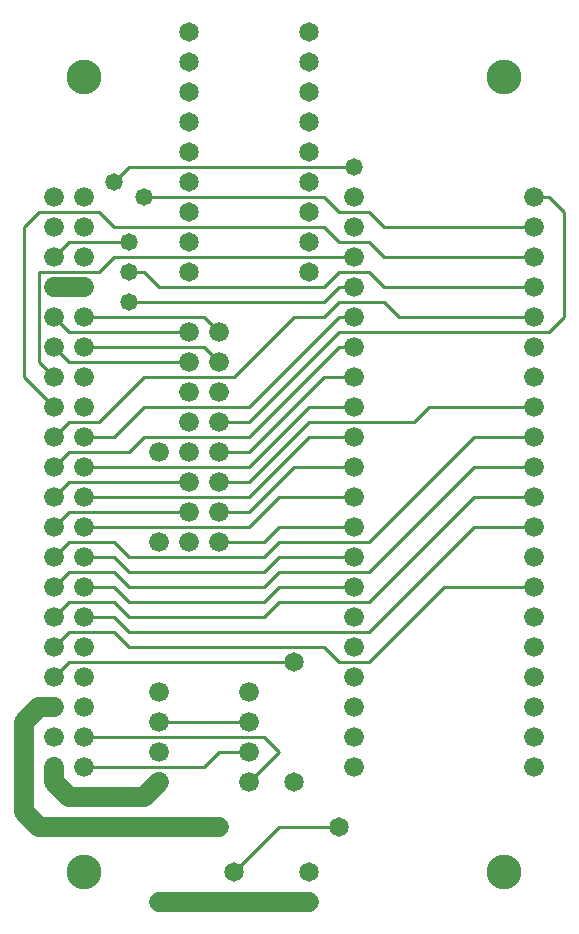
<source format=gbl>
%MOIN*%
%FSLAX25Y25*%
G04 D10 used for Character Trace; *
G04     Circle (OD=.01000) (No hole)*
G04 D11 used for Power Trace; *
G04     Circle (OD=.06700) (No hole)*
G04 D12 used for Signal Trace; *
G04     Circle (OD=.01100) (No hole)*
G04 D13 used for Via; *
G04     Circle (OD=.05800) (Round. Hole ID=.02800)*
G04 D14 used for Component hole; *
G04     Circle (OD=.06500) (Round. Hole ID=.03500)*
G04 D15 used for Component hole; *
G04     Circle (OD=.06600) (Round. Hole ID=.04200)*
G04 D16 used for Component hole; *
G04     Circle (OD=.08200) (Round. Hole ID=.05200)*
G04 D17 used for Component hole; *
G04     Circle (OD=.08950) (Round. Hole ID=.05950)*
G04 D18 used for Component hole; *
G04     Circle (OD=.11600) (Round. Hole ID=.08600)*
G04 D19 used for Component hole; *
G04     Circle (OD=.15500) (Round. Hole ID=.12500)*
G04 D20 used for Component hole; *
G04     Circle (OD=.18200) (Round. Hole ID=.15200)*
G04 D21 used for Component hole; *
G04     Circle (OD=.24300) (Round. Hole ID=.21300)*
%ADD10C,.01000*%
%ADD11C,.06700*%
%ADD12C,.01100*%
%ADD13C,.05800*%
%ADD14C,.06500*%
%ADD15C,.06600*%
%ADD16C,.08200*%
%ADD17C,.08950*%
%ADD18C,.11600*%
%ADD19C,.15500*%
%ADD20C,.18200*%
%ADD21C,.24300*%
%IPPOS*%
%LPD*%
G90*X0Y0D02*D18*X25000Y25000D03*D11*              
X10000Y40000D02*X70000D01*D14*D03*D15*            
X80000Y55000D03*D12*X90000Y65000D01*              
X85000Y70000D01*X25000D01*D15*D03*X15000Y80000D03*
D11*X10000D01*X5000Y75000D01*Y45000D01*           
X10000Y40000D01*X20000Y50000D02*X45000D01*        
X50000Y55000D01*D15*D03*Y65000D03*D12*            
X25000Y60000D02*X65000D01*D15*X25000D03*          
X15000Y70000D03*D11*X20000Y50000D02*              
X15000Y55000D01*Y60000D01*D15*D03*X25000Y80000D03*
Y90000D03*X15000D03*D12*X20000Y95000D01*X95000D01*
D14*D03*D12*X110000D02*X105000Y100000D01*         
X110000Y95000D02*X120000D01*X145000Y120000D01*    
X175000D01*D15*D03*Y130000D03*Y110000D03*D12*     
X120000Y105000D02*X155000Y140000D01*              
X40000Y105000D02*X120000D01*X40000D02*            
X35000Y110000D01*X25000D01*D15*D03*D12*X15000D02* 
X20000Y115000D01*D15*X15000Y110000D03*D12*        
Y100000D02*X20000Y105000D01*D15*X15000Y100000D03* 
D12*X20000Y105000D02*X35000D01*X40000Y100000D01*  
X105000D01*D15*X115000Y90000D03*Y110000D03*       
Y100000D03*D12*X90000Y115000D02*X120000D01*       
X85000Y110000D02*X90000Y115000D01*                
X40000Y110000D02*X85000D01*X40000D02*             
X35000Y115000D01*X20000D01*D15*X25000Y120000D03*  
D12*X35000D01*X40000Y115000D01*X85000D01*         
X90000Y120000D01*X115000D01*D15*D03*D12*          
X120000Y115000D02*X155000Y150000D01*X175000D01*   
D15*D03*Y160000D03*D12*X155000D01*                
X120000Y125000D01*X90000D01*X85000Y120000D01*     
X40000D01*X35000Y125000D01*X20000D01*             
X15000Y120000D01*D15*D03*X25000Y130000D03*D12*    
X35000D01*X40000Y125000D01*X85000D01*             
X90000Y130000D01*X115000D01*D15*D03*D12*          
X90000Y135000D02*X120000D01*X85000Y130000D02*     
X90000Y135000D01*X40000Y130000D02*X85000D01*      
X40000D02*X35000Y135000D01*X20000D01*             
X15000Y130000D01*D15*D03*X25000Y140000D03*D12*    
X80000D01*X90000Y150000D01*X115000D01*D15*D03*    
Y160000D03*D12*X95000D01*X80000Y145000D01*        
X70000D01*D15*D03*D12*Y155000D02*X80000D01*D15*   
X70000D03*D12*Y165000D02*X80000D01*D15*X70000D03* 
D12*X80000Y155000D02*X100000Y175000D01*X135000D01*
X140000Y180000D01*X175000D01*D15*D03*Y190000D03*  
Y170000D03*D12*X155000D01*X120000Y135000D01*D15*  
X115000Y140000D03*D12*X90000D01*X85000Y135000D01* 
X70000D01*D15*D03*X60000Y145000D03*D12*X20000D01* 
X15000Y140000D01*D15*D03*X25000Y150000D03*D12*    
X80000D01*X100000Y170000D01*X115000D01*D15*D03*   
Y180000D03*D12*X100000D01*X80000Y160000D01*       
X25000D01*D15*D03*D12*X15000D02*X20000Y165000D01* 
D15*X15000Y160000D03*D12*Y150000D02*              
X20000Y155000D01*D15*X15000Y150000D03*D12*        
X20000Y155000D02*X60000D01*D15*D03*               
X50000Y165000D03*X60000D03*D12*X40000D02*         
X45000Y170000D01*X20000Y165000D02*X40000D01*D15*  
X25000Y170000D03*D12*X35000D01*X45000Y180000D01*  
X80000D01*X110000Y210000D01*X115000D01*D15*D03*   
D12*X105000D02*X110000Y215000D01*X95000Y210000D02*
X105000D01*X75000Y190000D02*X95000Y210000D01*     
X45000Y190000D02*X75000D01*X30000Y175000D02*      
X45000Y190000D01*X20000Y175000D02*X30000D01*      
X15000Y170000D02*X20000Y175000D01*D15*            
X15000Y170000D03*X25000Y180000D03*X15000D03*D12*  
X5000Y190000D01*Y240000D01*X10000Y245000D01*      
X30000D01*X35000Y240000D01*X105000D01*            
X110000Y235000D01*X120000D01*X125000Y230000D01*   
X175000D01*D15*D03*Y240000D03*D12*X125000D01*     
X120000Y245000D01*X110000D01*X105000Y250000D01*   
X45000D01*D13*D03*X35000Y255000D03*D12*           
X40000Y260000D01*X115000D01*D13*D03*D15*          
Y250000D03*D14*X100000Y275000D03*Y245000D03*      
Y265000D03*Y255000D03*D15*X115000Y240000D03*D14*  
X100000Y235000D03*Y285000D03*D15*                 
X115000Y230000D03*D12*X35000D01*X30000Y225000D01* 
X10000D01*Y195000D01*X15000Y190000D01*D15*D03*D12*
X20000Y195000D02*X60000D01*D15*D03*D12*X70000D02* 
X65000Y200000D01*D15*X70000Y195000D03*D12*        
X25000Y200000D02*X65000D01*D15*X25000D03*D12*     
X20000Y205000D02*X60000D01*D15*D03*D12*X70000D02* 
X65000Y210000D01*D15*X70000Y205000D03*D12*        
X25000Y210000D02*X65000D01*D15*X25000D03*D12*     
X20000Y205000D02*X15000Y210000D01*D15*D03*        
X25000Y220000D03*D11*X15000D01*D15*D03*           
X25000Y230000D03*X15000D03*D12*X20000Y235000D01*  
X40000D01*D13*D03*Y225000D03*D12*X45000D01*       
X50000Y220000D01*X105000D01*X110000Y225000D01*    
X120000D01*X125000Y220000D01*X175000D01*D15*D03*  
D12*X180000Y205000D02*X185000Y210000D01*          
X110000Y205000D02*X180000D01*X80000Y175000D02*    
X110000Y205000D01*X70000Y175000D02*X80000D01*D15* 
X70000D03*D12*X80000Y165000D02*X105000Y190000D01* 
X115000D01*D15*D03*Y200000D03*D12*X110000D01*     
X80000Y170000D01*X45000D01*D15*X60000Y185000D03*  
Y175000D03*X25000Y190000D03*D12*X20000Y195000D02* 
X15000Y200000D01*D15*D03*D13*X40000Y215000D03*D12*
X105000D01*X110000Y220000D01*X115000D01*D15*D03*  
D12*X110000Y215000D02*X125000D01*                 
X130000Y210000D01*X175000D01*D15*D03*D12*         
X185000D02*Y245000D01*X180000Y250000D01*          
X175000D01*D15*D03*D18*X165000Y290000D03*D15*     
X175000Y200000D03*D14*X100000Y305000D03*          
Y295000D03*Y225000D03*D15*X70000Y185000D03*D12*   
X155000Y140000D02*X175000D01*D15*D03*Y100000D03*  
Y90000D03*X115000Y80000D03*X175000D03*            
X115000Y70000D03*X175000D03*X115000Y60000D03*     
X175000D03*D14*X95000Y55000D03*D15*               
X80000Y85000D03*Y75000D03*D12*X50000D01*D15*D03*  
Y85000D03*D12*X65000Y60000D02*X70000Y65000D01*    
X80000D01*D15*D03*D12*X75000Y25000D02*            
X90000Y40000D01*D14*X75000Y25000D03*Y15000D03*D11*
X50000D01*D13*D03*D11*X75000D02*X100000D01*D14*   
D03*Y25000D03*X110000Y40000D03*D12*X90000D01*D15* 
X25000Y100000D03*D18*X165000Y25000D03*D15*        
X60000Y135000D03*X50000D03*D14*X60000Y225000D03*  
Y235000D03*D15*X25000Y240000D03*X15000D03*D14*    
X60000Y245000D03*D15*X25000Y250000D03*X15000D03*  
D14*X60000Y255000D03*Y265000D03*Y275000D03*       
Y285000D03*D18*X25000Y290000D03*D14*              
X60000Y295000D03*Y305000D03*M02*                  

</source>
